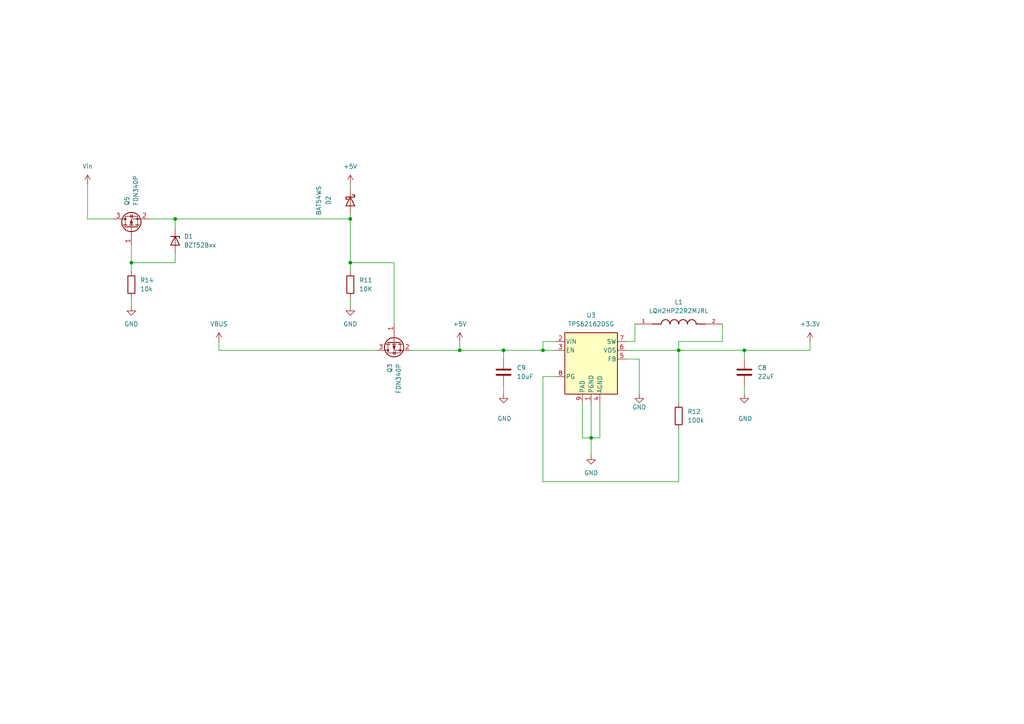
<source format=kicad_sch>
(kicad_sch (version 20250114) (generator "eeschema") (generator_version "9.0")
  (paper "A4")
  (lib_symbols
    (symbol "Device:C" (pin_numbers (hide yes)) (pin_names (offset 0.254))
      (property "Reference" "C" (at 0.635 2.54 0))
      (property "Value" "C" (at 0.635 -2.54 0))
      (symbol "C_0_1"
        (polyline (pts (xy -2.032 0.762) (xy 2.032 0.762)) (stroke (width 0.508)))
        (polyline (pts (xy -2.032 -0.762) (xy 2.032 -0.762)) (stroke (width 0.508)))
      )
      (symbol "C_1_1"
        (pin passive line (at 0 3.81 270) (length 2.794) (name "~") (number "1"))
        (pin passive line (at 0 -3.81 90) (length 2.794) (name "~") (number "2"))
      )
    )
    (symbol "Device:D_Schottky" (pin_numbers (hide yes)) (pin_names (offset 1.016) (hide yes))
      (property "Reference" "D" (at 0 2.54 0))
      (property "Value" "D_Schottky" (at 0 -2.54 0))
      (symbol "D_Schottky_0_1"
        (polyline (pts (xy -1.905 0.635) (xy -1.905 1.27) (xy -1.27 1.27) (xy -1.27 -1.27) (xy -0.635 -1.27) (xy -0.635 -0.635)) (stroke (width 0.254)))
        (polyline (pts (xy 1.27 1.27) (xy 1.27 -1.27) (xy -1.27 0) (xy 1.27 1.27)) (stroke (width 0.254)))
        (polyline (pts (xy 1.27 0) (xy -1.27 0)))
      )
      (symbol "D_Schottky_1_1"
        (pin passive line (at -3.81 0 0) (length 2.54) (name "K") (number "1"))
        (pin passive line (at 3.81 0 180) (length 2.54) (name "A") (number "2"))
      )
    )
    (symbol "Device:R" (pin_numbers (hide yes)) (pin_names (offset 0))
      (property "Reference" "R" (at 2.032 0 90))
      (property "Value" "R" (at 0 0 90))
      (symbol "R_0_1"
        (rectangle (start -1.016 -2.54) (end 1.016 2.54) (stroke (width 0.254)))
      )
      (symbol "R_1_1"
        (pin passive line (at 0 3.81 270) (length 1.27) (name "~") (number "1"))
        (pin passive line (at 0 -3.81 90) (length 1.27) (name "~") (number "2"))
      )
    )
    (symbol "Diode:BZT52Bxx" (pin_numbers (hide yes)) (pin_names (hide yes))
      (property "Reference" "D" (at 0 2.54 0))
      (property "Value" "BZT52Bxx" (at 0 -2.54 0))
      (symbol "BZT52Bxx_0_1"
        (polyline (pts (xy -1.27 -1.27) (xy -1.27 1.27) (xy -0.762 1.27)) (stroke (width 0.254)))
        (polyline (pts (xy 1.27 0) (xy -1.27 0)))
        (polyline (pts (xy 1.27 -1.27) (xy 1.27 1.27) (xy -1.27 0) (xy 1.27 -1.27)) (stroke (width 0.254)))
      )
      (symbol "BZT52Bxx_1_1"
        (pin passive line (at -3.81 0 0) (length 2.54) (name "K") (number "1"))
        (pin passive line (at 3.81 0 180) (length 2.54) (name "A") (number "2"))
      )
    )
    (symbol "Regulator_Switching:TPS62162DSG" (pin_names (offset 0.254))
      (property "Reference" "U" (at -7.62 11.43 0))
      (property "Value" "TPS62162DSG" (at -1.27 11.43 0))
      (symbol "TPS62162DSG_0_1"
        (rectangle (start -7.62 10.16) (end 7.62 -7.62) (stroke (width 0.254)) (fill (type background)))
      )
      (symbol "TPS62162DSG_1_1"
        (pin power_in line (at -10.16 7.62 0) (length 2.54) (name "VIN") (number "2"))
        (pin input line (at -10.16 5.08 0) (length 2.54) (name "EN") (number "3"))
        (pin open_collector line (at -10.16 -2.54 0) (length 2.54) (name "PG") (number "8"))
        (pin power_in line (at -2.54 -10.16 90) (length 2.54) (name "PAD") (number "9"))
        (pin power_in line (at 0 -10.16 90) (length 2.54) (name "PGND") (number "1"))
        (pin power_in line (at 2.54 -10.16 90) (length 2.54) (name "AGND") (number "4"))
        (pin output line (at 10.16 7.62 180) (length 2.54) (name "SW") (number "7"))
        (pin input line (at 10.16 5.08 180) (length 2.54) (name "VOS") (number "6"))
        (pin input line (at 10.16 2.54 180) (length 2.54) (name "FB") (number "5"))
      )
    )
    (symbol "Transistor_FET:FDN340P" (pin_names (hide yes))
      (property "Reference" "Q" (at 5.08 1.905 0))
      (property "Value" "FDN340P" (at 5.08 0 0))
      (symbol "FDN340P_0_1"
        (polyline (pts (xy 0.254 1.905) (xy 0.254 -1.905)) (stroke (width 0.254)))
        (polyline (pts (xy 0.254 0) (xy -2.54 0)))
        (polyline (pts (xy 0.762 2.286) (xy 0.762 1.27)) (stroke (width 0.254)))
        (polyline (pts (xy 0.762 1.778) (xy 3.302 1.778) (xy 3.302 -1.778) (xy 0.762 -1.778)))
        (polyline (pts (xy 0.762 0.508) (xy 0.762 -0.508)) (stroke (width 0.254)))
        (polyline (pts (xy 0.762 -1.27) (xy 0.762 -2.286)) (stroke (width 0.254)))
        (circle (center 1.651 0) (radius 2.794) (stroke (width 0.254)))
        (polyline (pts (xy 2.286 0) (xy 1.27 0.381) (xy 1.27 -0.381) (xy 2.286 0)) (fill (type outline)))
        (polyline (pts (xy 2.54 2.54) (xy 2.54 1.778)))
        (circle (center 2.54 1.778) (radius 0.254) (fill (type outline)))
        (circle (center 2.54 -1.778) (radius 0.254) (fill (type outline)))
        (polyline (pts (xy 2.54 -2.54) (xy 2.54 0) (xy 0.762 0)))
        (polyline (pts (xy 2.794 -0.508) (xy 2.921 -0.381) (xy 3.683 -0.381) (xy 3.81 -0.254)))
        (polyline (pts (xy 3.302 -0.381) (xy 2.921 0.254) (xy 3.683 0.254) (xy 3.302 -0.381)))
      )
      (symbol "FDN340P_1_1"
        (pin input line (at -5.08 0 0) (length 2.54) (name "G") (number "1"))
        (pin passive line (at 2.54 5.08 270) (length 2.54) (name "D") (number "3"))
        (pin passive line (at 2.54 -5.08 90) (length 2.54) (name "S") (number "2"))
      )
    )
    (symbol "library_perso:LQH2HPZ2R2MJRL" (pin_names (offset 1.016))
      (property "Reference" "L" (at -10.16 7.62 0))
      (property "Value" "LQH2HPZ2R2MJRL" (at -10.16 5.08 0))
      (symbol "LQH2HPZ2R2MJRL_0_0"
        (polyline (pts (xy -5.08 0) (xy -7.62 0)) (stroke (width 0.254)))
        (arc (start -5.08 0) (mid -3.81 1.2645) (end -2.54 0) (stroke (width 0.254)))
        (arc (start -2.54 0) (mid -1.27 1.2645) (end 0 0) (stroke (width 0.254)))
        (arc (start 0 0) (mid 1.27 1.2645) (end 2.54 0) (stroke (width 0.254)))
        (arc (start 2.54 0) (mid 3.81 1.2645) (end 5.08 0) (stroke (width 0.254)))
        (polyline (pts (xy 5.08 0) (xy 7.62 0)) (stroke (width 0.254)))
        (pin passive line (at -12.7 0 0) (length 5.08) (name "~") (number "1"))
        (pin passive line (at 12.7 0 180) (length 5.08) (name "~") (number "2"))
      )
    )
    (symbol "power:+3.3V" (power) (pin_numbers (hide yes)) (pin_names (offset 0) (hide yes))
      (property "Value" "+3.3V" (at 0 3.556 0))
      (symbol "+3.3V_0_1"
        (polyline (pts (xy -0.762 1.27) (xy 0 2.54)))
        (polyline (pts (xy 0 2.54) (xy 0.762 1.27)))
        (polyline (pts (xy 0 0) (xy 0 2.54)))
      )
      (symbol "+3.3V_1_1"
        (pin power_in line (at 0 0 90) (length 0) (name "~") (number "1"))
      )
    )
    (symbol "power:+5V" (power) (pin_numbers (hide yes)) (pin_names (offset 0) (hide yes))
      (property "Value" "+5V" (at 0 3.556 0))
      (symbol "+5V_0_1"
        (polyline (pts (xy -0.762 1.27) (xy 0 2.54)))
        (polyline (pts (xy 0 2.54) (xy 0.762 1.27)))
        (polyline (pts (xy 0 0) (xy 0 2.54)))
      )
      (symbol "+5V_1_1"
        (pin power_in line (at 0 0 90) (length 0) (name "~") (number "1"))
      )
    )
    (symbol "power:GND" (power) (pin_numbers (hide yes)) (pin_names (offset 0) (hide yes))
      (property "Value" "GND" (at 0 -3.81 0))
      (symbol "GND_0_1"
        (polyline (pts (xy 0 0) (xy 0 -1.27) (xy 1.27 -1.27) (xy 0 -2.54) (xy -1.27 -1.27) (xy 0 -1.27)))
      )
      (symbol "GND_1_1"
        (pin power_in line (at 0 0 270) (length 0) (name "~") (number "1"))
      )
    )
    (symbol "power:VBUS" (power) (pin_numbers (hide yes)) (pin_names (offset 0) (hide yes))
      (property "Value" "VBUS" (at 0 3.556 0))
      (symbol "VBUS_0_1"
        (polyline (pts (xy -0.762 1.27) (xy 0 2.54)))
        (polyline (pts (xy 0 2.54) (xy 0.762 1.27)))
        (polyline (pts (xy 0 0) (xy 0 2.54)))
      )
      (symbol "VBUS_1_1"
        (pin power_in line (at 0 0 90) (length 0) (name "~") (number "1"))
      )
    )
  )
  (junction (at 215.9 101.6))
  (junction (at 157.48 101.6))
  (junction (at 38.1 76.2))
  (junction (at 101.6 63.5))
  (junction (at 50.8 63.5))
  (junction (at 146.05 101.6))
  (junction (at 171.45 127))
  (junction (at 133.35 101.6))
  (junction (at 196.85 101.6))
  (junction (at 101.6 76.2))
  (wire (pts (xy 161.29 101.6) (xy 157.48 101.6)))
  (wire (pts (xy 50.8 63.5) (xy 50.8 66.04)))
  (wire (pts (xy 157.48 139.7) (xy 196.85 139.7)))
  (wire (pts (xy 196.85 99.06) (xy 196.85 101.6)))
  (wire (pts (xy 196.85 124.46) (xy 196.85 139.7)))
  (wire (pts (xy 168.91 116.84) (xy 168.91 127)))
  (wire (pts (xy 146.05 111.76) (xy 146.05 114.3)))
  (wire (pts (xy 196.85 101.6) (xy 215.9 101.6)))
  (wire (pts (xy 114.3 76.2) (xy 114.3 93.98)))
  (wire (pts (xy 171.45 116.84) (xy 171.45 127)))
  (wire (pts (xy 101.6 76.2) (xy 114.3 76.2)))
  (wire (pts (xy 63.5 99.06) (xy 63.5 101.6)))
  (wire (pts (xy 25.4 53.34) (xy 25.4 63.5)))
  (wire (pts (xy 185.42 104.14) (xy 185.42 114.3)))
  (wire (pts (xy 209.55 93.98) (xy 209.55 99.06)))
  (wire (pts (xy 50.8 63.5) (xy 101.6 63.5)))
  (wire (pts (xy 196.85 101.6) (xy 196.85 116.84)))
  (wire (pts (xy 43.18 63.5) (xy 50.8 63.5)))
  (wire (pts (xy 38.1 71.12) (xy 38.1 76.2)))
  (wire (pts (xy 146.05 101.6) (xy 157.48 101.6)))
  (wire (pts (xy 209.55 99.06) (xy 196.85 99.06)))
  (wire (pts (xy 234.95 101.6) (xy 234.95 99.06)))
  (wire (pts (xy 184.15 99.06) (xy 181.61 99.06)))
  (wire (pts (xy 25.4 63.5) (xy 33.02 63.5)))
  (wire (pts (xy 173.99 116.84) (xy 173.99 127)))
  (wire (pts (xy 101.6 86.36) (xy 101.6 88.9)))
  (wire (pts (xy 38.1 76.2) (xy 50.8 76.2)))
  (wire (pts (xy 157.48 99.06) (xy 157.48 101.6)))
  (wire (pts (xy 157.48 99.06) (xy 161.29 99.06)))
  (wire (pts (xy 184.15 93.98) (xy 184.15 99.06)))
  (wire (pts (xy 157.48 109.22) (xy 161.29 109.22)))
  (wire (pts (xy 157.48 109.22) (xy 157.48 139.7)))
  (wire (pts (xy 215.9 101.6) (xy 215.9 104.14)))
  (wire (pts (xy 63.5 101.6) (xy 109.22 101.6)))
  (wire (pts (xy 146.05 101.6) (xy 146.05 104.14)))
  (wire (pts (xy 133.35 101.6) (xy 146.05 101.6)))
  (wire (pts (xy 215.9 101.6) (xy 234.95 101.6)))
  (wire (pts (xy 101.6 62.23) (xy 101.6 63.5)))
  (wire (pts (xy 38.1 86.36) (xy 38.1 88.9)))
  (wire (pts (xy 38.1 76.2) (xy 38.1 78.74)))
  (wire (pts (xy 171.45 127) (xy 171.45 132.08)))
  (wire (pts (xy 181.61 104.14) (xy 185.42 104.14)))
  (wire (pts (xy 119.38 101.6) (xy 133.35 101.6)))
  (wire (pts (xy 181.61 101.6) (xy 196.85 101.6)))
  (wire (pts (xy 168.91 127) (xy 171.45 127)))
  (wire (pts (xy 173.99 127) (xy 171.45 127)))
  (wire (pts (xy 50.8 76.2) (xy 50.8 73.66)))
  (wire (pts (xy 101.6 76.2) (xy 101.6 78.74)))
  (wire (pts (xy 215.9 111.76) (xy 215.9 114.3)))
  (wire (pts (xy 101.6 63.5) (xy 101.6 76.2)))
  (wire (pts (xy 101.6 53.34) (xy 101.6 54.61)))
  (wire (pts (xy 133.35 99.06) (xy 133.35 101.6)))
  (symbol (lib_id "Device:C") (at 146.05 107.95 0) (unit 1)
    (property "Reference" "C9" (at 149.86 106.6799 0) (effects (justify left)))
    (property "Value" "10uF" (at 149.86 109.2199 0) (effects (justify left)))
    (property "Footprint" "Capacitor_SMD:C_0805_2012Metric" (effects (hide yes)))
    (property "Description" "Unpolarized capacitor" (effects (hide yes)))
  )
  (symbol (lib_id "Transistor_FET:FDN340P") (at 114.3 99.06 90) (mirror x) (unit 1)
    (property "Reference" "Q3" (at 113.0299 105.41 0) (effects (justify left)))
    (property "Value" "FDN340P" (at 115.5699 105.41 0) (effects (justify left)))
    (property "Footprint" "Package_TO_SOT_SMD:SOT-23" (effects (hide yes)))
    (property "Datasheet" "https://www.onsemi.com/pub/Collateral/FDN340P-D.PDF" (effects (hide yes)))
    (property "Description" "-2A Id, -20V Vds, P-Channel MOSFET, 70mOhm Ron, SOT-23" (effects (hide yes)))
  )
  (symbol (lib_id "power:GND") (at 146.05 114.3 0) (unit 1)
    (property "Reference" "#PWR033" (effects (hide yes)))
    (property "Value" "GND" (at 146.304 121.412 0))
    (property "Description" "Power symbol creates a global label with name \"GND\" , ground" (effects (hide yes)))
  )
  (symbol (lib_id "power:GND") (at 38.1 88.9 0) (unit 1)
    (property "Reference" "#PWR040" (effects (hide yes)))
    (property "Value" "GND" (at 38.1 93.98 0))
    (property "Description" "Power symbol creates a global label with name \"GND\" , ground" (effects (hide yes)))
  )
  (symbol (lib_id "Device:R") (at 196.85 120.65 0) (unit 1)
    (property "Reference" "R12" (at 199.39 119.3799 0) (effects (justify left)))
    (property "Value" "100k" (at 199.39 121.9199 0) (effects (justify left)))
    (property "Footprint" "Resistor_SMD:R_0805_2012Metric" (effects (hide yes)))
    (property "Description" "Resistor" (effects (hide yes)))
  )
  (symbol (lib_id "power:GND") (at 101.6 88.9 0) (unit 1)
    (property "Reference" "#PWR021" (effects (hide yes)))
    (property "Value" "GND" (at 101.6 93.98 0))
    (property "Description" "Power symbol creates a global label with name \"GND\" , ground" (effects (hide yes)))
  )
  (symbol (lib_id "library_perso:LQH2HPZ2R2MJRL") (at 196.85 93.98 0) (unit 1)
    (property "Reference" "L1" (at 196.85 87.63 0))
    (property "Value" "LQH2HPZ2R2MJRL" (at 196.85 90.17 0))
    (property "Footprint" "Library_iot:IND_LQH2HPZ2R2MJRL" (effects (hide yes)))
    (property "PARTREV" "N/A" (effects (hide yes)))
    (property "MANUFACTURER" "Murata" (effects (hide yes)))
    (property "MAXIMUM_PACKAGE_HEIGHT" "1.2 mm" (effects (hide yes)))
    (property "STANDARD" "Manufacturer Recommendations" (effects (hide yes)))
  )
  (symbol (lib_id "Transistor_FET:FDN340P") (at 38.1 66.04 90) (unit 1)
    (property "Reference" "Q5" (at 36.8299 59.69 0) (effects (justify left)))
    (property "Value" "FDN340P" (at 39.3699 59.69 0) (effects (justify left)))
    (property "Footprint" "Package_TO_SOT_SMD:SOT-23" (effects (hide yes)))
    (property "Datasheet" "https://www.onsemi.com/pub/Collateral/FDN340P-D.PDF" (effects (hide yes)))
    (property "Description" "-2A Id, -20V Vds, P-Channel MOSFET, 70mOhm Ron, SOT-23" (effects (hide yes)))
  )
  (symbol (lib_id "power:VBUS") (at 63.5 99.06 0) (unit 1)
    (property "Reference" "#PWR016" (effects (hide yes)))
    (property "Value" "VBUS" (at 63.5 93.98 0))
    (property "Description" "Power symbol creates a global label with name \"VBUS\"" (effects (hide yes)))
  )
  (symbol (lib_id "Device:R") (at 38.1 82.55 0) (unit 1)
    (property "Reference" "R14" (at 40.64 81.2799 0) (effects (justify left)))
    (property "Value" "10k" (at 40.64 83.8199 0) (effects (justify left)))
    (property "Footprint" "Resistor_SMD:R_0805_2012Metric" (effects (hide yes)))
    (property "Description" "Resistor" (effects (hide yes)))
  )
  (symbol (lib_id "power:GND") (at 185.42 114.3 0) (unit 1)
    (property "Reference" "#PWR035" (effects (hide yes)))
    (property "Value" "GND" (at 185.42 118.11 0))
    (property "Description" "Power symbol creates a global label with name \"GND\" , ground" (effects (hide yes)))
  )
  (symbol (lib_id "Device:R") (at 101.6 82.55 0) (unit 1)
    (property "Reference" "R11" (at 104.14 81.2799 0) (effects (justify left)))
    (property "Value" "10K" (at 104.14 83.8199 0) (effects (justify left)))
    (property "Footprint" "Resistor_SMD:R_0805_2012Metric" (effects (hide yes)))
    (property "Description" "Resistor" (effects (hide yes)))
  )
  (symbol (lib_id "power:GND") (at 171.45 132.08 0) (unit 1)
    (property "Reference" "#PWR022" (effects (hide yes)))
    (property "Value" "GND" (at 171.45 137.16 0))
    (property "Description" "Power symbol creates a global label with name \"GND\" , ground" (effects (hide yes)))
  )
  (symbol (lib_id "power:GND") (at 215.9 114.3 0) (unit 1)
    (property "Reference" "#PWR034" (effects (hide yes)))
    (property "Value" "GND" (at 216.154 121.412 0))
    (property "Description" "Power symbol creates a global label with name \"GND\" , ground" (effects (hide yes)))
  )
  (symbol (lib_id "power:+5V") (at 101.6 53.34 0) (unit 1)
    (property "Reference" "#PWR018" (effects (hide yes)))
    (property "Value" "+5V" (at 101.6 48.26 0))
    (property "Description" "Power symbol creates a global label with name \"+5V\"" (effects (hide yes)))
  )
  (symbol (lib_id "Device:C") (at 215.9 107.95 0) (unit 1)
    (property "Reference" "C8" (at 219.71 106.6799 0) (effects (justify left)))
    (property "Value" "22uF" (at 219.71 109.2199 0) (effects (justify left)))
    (property "Footprint" "Capacitor_SMD:C_0805_2012Metric" (effects (hide yes)))
    (property "Description" "Unpolarized capacitor" (effects (hide yes)))
  )
  (symbol (lib_id "power:+5V") (at 25.4 53.34 0) (unit 1)
    (property "Reference" "#PWR017" (effects (hide yes)))
    (property "Value" "Vin" (at 25.4 48.26 0))
    (property "Description" "Power symbol creates a global label with name \"+5V\"" (effects (hide yes)))
  )
  (symbol (lib_id "Device:D_Schottky") (at 101.6 58.42 270) (unit 1)
    (property "Reference" "D2" (at 95.25 58.1025 0))
    (property "Value" "BAT54WS" (at 92.456 58.166 0))
    (property "Footprint" "Diode_SMD:D_SOD-323" (effects (hide yes)))
    (property "Description" "Schottky diode" (effects (hide yes)))
  )
  (symbol (lib_id "Diode:BZT52Bxx") (at 50.8 69.85 270) (unit 1)
    (property "Reference" "D1" (at 53.34 68.5799 90) (effects (justify left)))
    (property "Value" "BZT52Bxx" (at 53.34 71.1199 90) (effects (justify left)))
    (property "Footprint" "Diode_SMD:D_SOD-123" (effects (hide yes)))
    (property "Datasheet" "https://diotec.com/tl_files/diotec/files/pdf/datasheets/bzt52b2v4.pdf" (effects (hide yes)))
    (property "Description" "500mW Zener Diode, SOD-123F" (effects (hide yes)))
  )
  (symbol (lib_id "Regulator_Switching:TPS62162DSG") (at 171.45 106.68 0) (unit 1)
    (property "Reference" "U3" (at 171.45 91.44 0))
    (property "Value" "TPS62162DSG" (at 171.45 93.98 0))
    (property "Footprint" "Package_SON:WSON-8-1EP_2x2mm_P0.5mm_EP0.9x1.6mm_ThermalVias" (effects (hide yes)))
    (property "Datasheet" "http://www.ti.com/lit/ds/symlink/tps62160.pdf" (effects (hide yes)))
    (property "Description" "1A Step-Down Converter with DCS-Control, fixed 3.3V output, 3-17V input voltage, WSON-8" (effects (hide yes)))
  )
  (symbol (lib_id "power:+5V") (at 133.35 99.06 0) (unit 1)
    (property "Reference" "#PWR019" (effects (hide yes)))
    (property "Value" "+5V" (at 133.35 93.98 0))
    (property "Description" "Power symbol creates a global label with name \"+5V\"" (effects (hide yes)))
  )
  (symbol (lib_id "power:+3.3V") (at 234.95 99.06 0) (unit 1)
    (property "Reference" "#PWR020" (effects (hide yes)))
    (property "Value" "+3.3V" (at 234.95 93.98 0))
    (property "Description" "Power symbol creates a global label with name \"+3.3V\"" (effects (hide yes)))
  )
)
</source>
